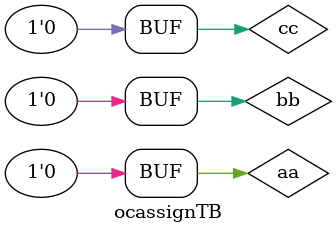
<source format=v>
`timescale 1ns/1ns
module ocassignTB ();
reg aa,bb,cc;
wire yy0,yy1;
ocassign UUT(.a(aa),.b(bb),.c(cc),.y0(yy0),.y1(yy1));
initial begin 
#50 aa=0 ; bb=0; cc=0;
#50 aa=0 ; bb=0; cc=1;
#50 aa=0 ; bb=1; cc=0;
#50 aa=0 ; bb=1; cc=1;
#50 aa=1 ; bb=0; cc=0;
#50 aa=1 ; bb=0; cc=1;
#50 aa=1 ; bb=1; cc=0;
#50 aa=1 ; bb=1; cc=1;
#50 aa=0 ; bb=0; cc=0;

end
endmodule

</source>
